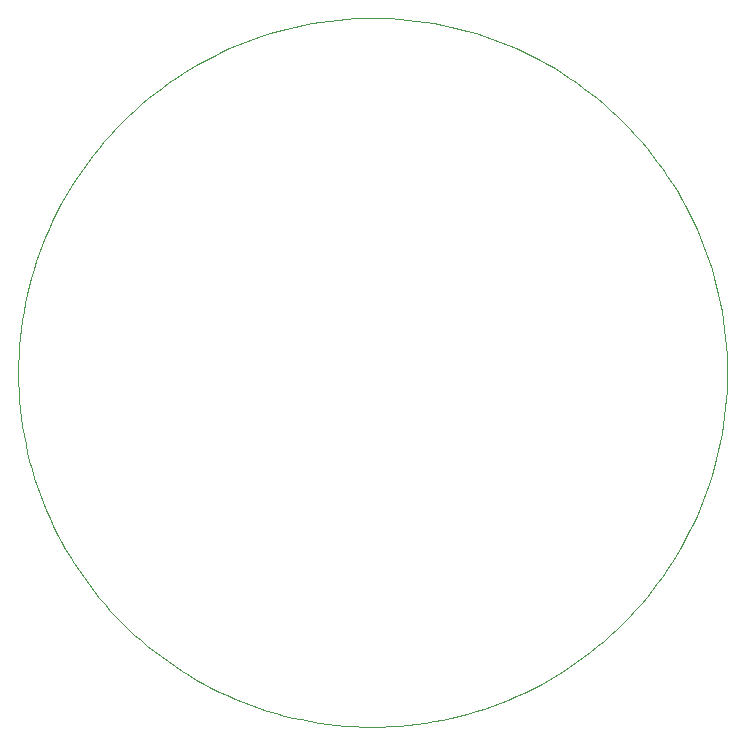
<source format=gbr>
%TF.GenerationSoftware,KiCad,Pcbnew,(6.0.7)*%
%TF.CreationDate,2022-09-05T18:42:41-05:00*%
%TF.ProjectId,Corelight SAO,436f7265-6c69-4676-9874-2053414f2e6b,rev?*%
%TF.SameCoordinates,Original*%
%TF.FileFunction,Profile,NP*%
%FSLAX46Y46*%
G04 Gerber Fmt 4.6, Leading zero omitted, Abs format (unit mm)*
G04 Created by KiCad (PCBNEW (6.0.7)) date 2022-09-05 18:42:41*
%MOMM*%
%LPD*%
G01*
G04 APERTURE LIST*
%TA.AperFunction,Profile*%
%ADD10C,0.100000*%
%TD*%
G04 APERTURE END LIST*
D10*
X177117671Y-119785775D02*
X176686871Y-120383075D01*
X152573571Y-72534875D02*
X153318471Y-72544075D01*
X141573271Y-130453975D02*
X140896171Y-130177275D01*
X167976271Y-128279075D02*
X167342471Y-128647775D01*
X127299771Y-118704575D02*
X126916771Y-118090975D01*
X182244771Y-106964975D02*
X182127071Y-107691975D01*
X179697071Y-89716375D02*
X180001671Y-90381775D01*
X182573571Y-102534875D02*
X182573571Y-102534875D01*
X169824471Y-77990775D02*
X170421771Y-78421575D01*
X129843571Y-82955475D02*
X130334571Y-82399675D01*
X162688771Y-74291575D02*
X163374671Y-74546675D01*
X123922271Y-111455975D02*
X123711671Y-110747775D01*
X164726671Y-129962975D02*
X164054071Y-130251275D01*
X164726671Y-75106675D02*
X165392071Y-75411275D01*
X181481371Y-94513475D02*
X181668771Y-95222375D01*
X160594971Y-73627075D02*
X161298571Y-73831575D01*
X129367471Y-83522175D02*
X129843571Y-82955475D01*
X145261071Y-73439675D02*
X145974971Y-73269475D01*
X180561671Y-113335975D02*
X180289971Y-114015375D01*
X179376271Y-89058375D02*
X179697071Y-89716375D01*
X128972171Y-121056475D02*
X128533471Y-120484375D01*
X125770871Y-89058375D02*
X126107771Y-88408175D01*
X180289971Y-114015375D02*
X180001671Y-114687975D01*
X131893671Y-80801475D02*
X132438371Y-80295875D01*
X123711671Y-110747775D02*
X123518071Y-110032375D01*
X181991771Y-108414875D02*
X181838971Y-109133475D01*
X177933271Y-86506975D02*
X178317771Y-87132175D01*
X157730671Y-72981275D02*
X158453571Y-73116675D01*
X125223671Y-114880975D02*
X124931071Y-114212175D01*
X122720371Y-99569775D02*
X122802371Y-98835575D01*
X122902371Y-98104775D02*
X123019971Y-97377775D01*
X181481371Y-110556275D02*
X181276771Y-111259875D01*
X176686871Y-84686675D02*
X177117671Y-85283975D01*
X159172171Y-131800275D02*
X158453571Y-131953075D01*
X182426771Y-99569775D02*
X182490771Y-100307075D01*
X125855571Y-116192375D02*
X125531871Y-115541075D01*
X164054071Y-130251275D02*
X163374671Y-130522975D01*
X175303571Y-122114275D02*
X174812571Y-122670075D01*
X122610471Y-101047275D02*
X122656371Y-100307075D01*
X122802371Y-98835575D02*
X122902371Y-98104775D01*
X156272871Y-132305975D02*
X155538671Y-132388075D01*
X169824471Y-127078975D02*
X169217571Y-127494475D01*
X179376271Y-116011375D02*
X179039371Y-116661575D01*
X178686471Y-117303775D02*
X178317771Y-117937575D01*
X125531871Y-115541075D02*
X125223671Y-114880975D01*
X181668771Y-95222375D02*
X181838971Y-95936275D01*
X173253471Y-124268275D02*
X172708771Y-124773875D01*
X127697071Y-119308175D02*
X127299771Y-118704575D01*
X155538671Y-72681675D02*
X156272871Y-72763675D01*
X128906371Y-84099275D02*
X129367471Y-83522175D01*
X135800271Y-127411375D02*
X135206971Y-126999975D01*
X152573571Y-132534875D02*
X151799271Y-132525075D01*
X173253471Y-80801475D02*
X173786771Y-81321675D01*
X150265371Y-132447375D02*
X149506271Y-132379975D01*
X159172171Y-73269475D02*
X159886071Y-73439675D01*
X182490771Y-100307075D02*
X182536671Y-101047275D01*
X122661071Y-104843075D02*
X122612571Y-104078675D01*
X123518071Y-110032375D02*
X123341771Y-109309975D01*
X126548171Y-117467575D02*
X126194371Y-116834675D01*
X180816871Y-92419675D02*
X181055271Y-93111775D01*
X133490771Y-125684275D02*
X132940771Y-125219275D01*
X138915971Y-129252875D02*
X138273771Y-128914075D01*
X165392071Y-75411275D02*
X166050071Y-75732175D01*
X141772471Y-74546675D02*
X142458371Y-74291575D01*
X129889171Y-122167675D02*
X129424071Y-121617675D01*
X134725371Y-78421575D02*
X135322671Y-77990775D01*
X162688771Y-130778175D02*
X161996671Y-131016575D01*
X178317771Y-117937575D02*
X177933271Y-118562675D01*
X176240771Y-84099275D02*
X176686871Y-84686675D01*
X123478371Y-95222375D02*
X123665771Y-94513475D01*
X133560871Y-79328775D02*
X134137971Y-78867675D01*
X173786771Y-81321675D02*
X174306971Y-81854975D01*
X124330271Y-92419675D02*
X124585371Y-91733775D01*
X154061171Y-72571775D02*
X154801371Y-72617675D01*
X153318471Y-132525675D02*
X152573571Y-132534875D01*
X167976271Y-76790675D02*
X168601371Y-77175175D01*
X159886071Y-131630075D02*
X159172171Y-131800275D01*
X166050071Y-129337575D02*
X165392071Y-129658375D01*
X128460271Y-84686675D02*
X128906371Y-84099275D01*
X151085971Y-72571775D02*
X151828671Y-72544075D01*
X175303571Y-82955475D02*
X175779671Y-83522175D01*
X176686871Y-120383075D02*
X176240771Y-120970375D01*
X168601371Y-127894575D02*
X167976271Y-128279075D01*
X143848471Y-73831575D02*
X144552171Y-73627075D01*
X142951671Y-130958575D02*
X142258571Y-130714475D01*
X182573571Y-102534875D02*
X182573571Y-102534875D01*
X138446871Y-76069075D02*
X139097071Y-75732175D01*
X146693571Y-73116675D02*
X147416471Y-72981275D01*
X181276771Y-93809775D02*
X181481371Y-94513475D01*
X123308171Y-95936275D02*
X123478371Y-95222375D01*
X177533171Y-85890875D02*
X177933271Y-86506975D01*
X148874271Y-72763675D02*
X149608471Y-72681675D01*
X170421771Y-78421575D02*
X171009171Y-78867675D01*
X154801371Y-72617675D02*
X155538671Y-72681675D01*
X157003671Y-72863675D02*
X157730671Y-72981275D01*
X143652471Y-131186075D02*
X142951671Y-130958575D01*
X168601371Y-77175175D02*
X169217571Y-77575175D01*
X181838971Y-95936275D02*
X181991771Y-96654775D01*
X177933271Y-118562675D02*
X177533171Y-119178875D01*
X182344671Y-98835575D02*
X182426771Y-99569775D01*
X124931071Y-114212175D02*
X124654471Y-113535075D01*
X180289971Y-91054375D02*
X180561671Y-91733775D01*
X174812571Y-122670075D02*
X174306971Y-123214775D01*
X181991771Y-96654775D02*
X182127071Y-97377775D01*
X180001671Y-114687975D02*
X179697071Y-115353375D01*
X146527471Y-131925375D02*
X145798471Y-131766675D01*
X130366971Y-122706175D02*
X129889171Y-122167675D01*
X182536671Y-104022475D02*
X182490771Y-104762675D01*
X130840171Y-81854975D02*
X131360371Y-81321675D01*
X164054071Y-74818475D02*
X164726671Y-75106675D01*
X149608471Y-72681675D02*
X150345771Y-72617675D01*
X129424071Y-121617675D02*
X128972171Y-121056475D01*
X131360371Y-123748075D02*
X130857471Y-123233075D01*
X137640871Y-128560175D02*
X137017471Y-128191675D01*
X126916771Y-118090975D02*
X126548171Y-117467575D01*
X161996671Y-131016575D02*
X161298571Y-131238075D01*
X169217571Y-127494475D02*
X168601371Y-127894575D01*
X180001671Y-90381775D02*
X180289971Y-91054375D01*
X178317771Y-87132175D02*
X178686471Y-87765975D01*
X126829371Y-87132175D02*
X127213871Y-86506975D01*
X139097071Y-75732175D02*
X139755071Y-75411275D01*
X147263071Y-132066275D02*
X146527471Y-131925375D01*
X182127071Y-107691975D02*
X181991771Y-108414875D01*
X134137971Y-78867675D02*
X134725371Y-78421575D01*
X124585371Y-91733775D02*
X124857171Y-91054375D01*
X123155371Y-96654775D02*
X123308171Y-95936275D01*
X135929571Y-77575175D02*
X136545671Y-77175175D01*
X174306971Y-81854975D02*
X174812571Y-82399675D01*
X173786771Y-123748075D02*
X173253471Y-124268275D01*
X180561671Y-91733775D02*
X180816871Y-92419675D01*
X155538671Y-132388075D02*
X154801371Y-132452075D01*
X182564371Y-101789975D02*
X182573571Y-102534875D01*
X122583371Y-103309175D02*
X122573571Y-102534875D01*
X172708771Y-80295875D02*
X173253471Y-80801475D01*
X142258571Y-130714475D02*
X141573271Y-130453975D01*
X175779671Y-83522175D02*
X176240771Y-84099275D01*
X182426771Y-105499975D02*
X182344671Y-106234175D01*
X172708771Y-124773875D02*
X172152971Y-125264875D01*
X132438371Y-80295875D02*
X132994171Y-79804875D01*
X128108371Y-119901475D02*
X127697071Y-119308175D01*
X182564371Y-103279775D02*
X182536671Y-104022475D01*
X171009171Y-126202075D02*
X170421771Y-126648175D01*
X132994171Y-79804875D02*
X133560871Y-79328775D01*
X135206971Y-126999975D02*
X134624071Y-126574975D01*
X143150471Y-74053175D02*
X143848471Y-73831575D01*
X122814571Y-106355775D02*
X122728471Y-105602175D01*
X167342471Y-128647775D02*
X166700271Y-129000675D01*
X154801371Y-132452075D02*
X154061171Y-132497975D01*
X170421771Y-126648175D02*
X169824471Y-127078975D01*
X123183071Y-108580875D02*
X123042171Y-107845375D01*
X166050071Y-75732175D02*
X166700271Y-76069075D01*
X130334571Y-82399675D02*
X130840171Y-81854975D01*
X181838971Y-109133475D02*
X181668771Y-109847375D01*
X166700271Y-129000675D02*
X166050071Y-129337575D01*
X166700271Y-76069075D02*
X167342471Y-76421975D01*
X145974971Y-73269475D02*
X146693571Y-73116675D01*
X182127071Y-97377775D02*
X182244771Y-98104775D01*
X136545671Y-77175175D02*
X137170871Y-76790675D01*
X127213871Y-86506975D02*
X127613871Y-85890875D01*
X140420471Y-75106675D02*
X141093071Y-74818475D01*
X161996671Y-74053175D02*
X162688771Y-74291575D01*
X126107771Y-88408175D02*
X126460671Y-87765975D01*
X156272871Y-72763675D02*
X157003671Y-72863675D01*
X132940771Y-125219275D02*
X132402271Y-124741375D01*
X122919271Y-107103575D02*
X122814571Y-106355775D01*
X174812571Y-82399675D02*
X175303571Y-82955475D01*
X179039371Y-116661575D02*
X178686471Y-117303775D01*
X174306971Y-123214775D02*
X173786771Y-123748075D01*
X123042171Y-107845375D02*
X122919271Y-107103575D01*
X137017471Y-128191675D02*
X136403871Y-127808675D01*
X161298571Y-73831575D02*
X161996671Y-74053175D01*
X140227471Y-129884775D02*
X139567371Y-129576575D01*
X125145371Y-90381775D02*
X125449971Y-89716375D01*
X139755071Y-75411275D02*
X140420471Y-75106675D01*
X123341771Y-109309975D02*
X123183071Y-108580875D01*
X172152971Y-79804875D02*
X172708771Y-80295875D01*
X149506271Y-132379975D02*
X148752671Y-132293875D01*
X122612571Y-104078675D02*
X122583371Y-103309175D01*
X180816871Y-112650075D02*
X180561671Y-113335975D01*
X125449971Y-89716375D02*
X125770871Y-89058375D01*
X157003671Y-132206075D02*
X156272871Y-132305975D01*
X176240771Y-120970375D02*
X175779671Y-121547575D01*
X171586271Y-79328775D02*
X172152971Y-79804875D01*
X130857471Y-123233075D02*
X130366971Y-122706175D01*
X158453571Y-73116675D02*
X159172171Y-73269475D01*
X124149871Y-112156775D02*
X123922271Y-111455975D01*
X126460671Y-87765975D02*
X126829371Y-87132175D01*
X137804671Y-76421975D02*
X138446871Y-76069075D01*
X132402271Y-124741375D02*
X131875371Y-124250875D01*
X124393971Y-112849875D02*
X124149871Y-112156775D01*
X182536671Y-101047275D02*
X182564371Y-101789975D01*
X165392071Y-129658375D02*
X164726671Y-129962975D01*
X144552171Y-73627075D02*
X145261071Y-73439675D01*
X145076071Y-131590375D02*
X144360671Y-131396775D01*
X131360371Y-81321675D02*
X131893671Y-80801475D01*
X141093071Y-74818475D02*
X141772471Y-74546675D01*
X140896171Y-130177275D02*
X140227471Y-129884775D01*
X160594971Y-131442675D02*
X159886071Y-131630075D01*
X171009171Y-78867675D02*
X171586271Y-79328775D01*
X181055271Y-93111775D02*
X181276771Y-93809775D01*
X123665771Y-94513475D02*
X123870271Y-93809775D01*
X177533171Y-119178875D02*
X177117671Y-119785775D01*
X124857171Y-91054375D02*
X125145371Y-90381775D01*
X122728471Y-105602175D02*
X122661071Y-104843075D01*
X137170871Y-76790675D02*
X137804671Y-76421975D01*
X122582771Y-101789975D02*
X122610471Y-101047275D01*
X151029771Y-132495875D02*
X150265371Y-132447375D01*
X159886071Y-73439675D02*
X160594971Y-73627075D01*
X128029471Y-85283975D02*
X128460271Y-84686675D01*
X122656371Y-100307075D02*
X122720371Y-99569775D01*
X150345771Y-72617675D02*
X151085971Y-72571775D01*
X134051971Y-126136275D02*
X133490771Y-125684275D01*
X128533471Y-120484375D02*
X128108371Y-119901475D01*
X138273771Y-128914075D02*
X137640871Y-128560175D01*
X144360671Y-131396775D02*
X143652471Y-131186075D01*
X127613871Y-85890875D02*
X128029471Y-85283975D01*
X123870271Y-93809775D02*
X124091871Y-93111775D01*
X169217571Y-77575175D02*
X169824471Y-77990775D01*
X148752671Y-132293875D02*
X148004871Y-132189175D01*
X182344671Y-106234175D02*
X182244771Y-106964975D01*
X153318471Y-72544075D02*
X154061171Y-72571775D01*
X134624071Y-126574975D02*
X134051971Y-126136275D01*
X182573571Y-102534875D02*
X182564371Y-103279775D01*
X124654471Y-113535075D02*
X124393971Y-112849875D01*
X151828671Y-72544075D02*
X152573571Y-72534875D01*
X177117671Y-85283975D02*
X177533171Y-85890875D01*
X163374671Y-130522975D02*
X162688771Y-130778175D01*
X181276771Y-111259875D02*
X181055271Y-111957975D01*
X131875371Y-124250875D02*
X131360371Y-123748075D01*
X142458371Y-74291575D02*
X143150471Y-74053175D01*
X175779671Y-121547575D02*
X175303571Y-122114275D01*
X179697071Y-115353375D02*
X179376271Y-116011375D01*
X147416471Y-72981275D02*
X148143471Y-72863675D01*
X171586271Y-125740975D02*
X171009171Y-126202075D01*
X135322671Y-77990775D02*
X135929571Y-77575175D01*
X182490771Y-104762675D02*
X182426771Y-105499975D01*
X136403871Y-127808675D02*
X135800271Y-127411375D01*
X151799271Y-132525075D02*
X151029771Y-132495875D01*
X161298571Y-131238075D02*
X160594971Y-131442675D01*
X124091871Y-93111775D02*
X124330271Y-92419675D01*
X154061171Y-132497975D02*
X153318471Y-132525675D01*
X123019971Y-97377775D02*
X123155371Y-96654775D01*
X126194371Y-116834675D02*
X125855571Y-116192375D01*
X148143471Y-72863675D02*
X148874271Y-72763675D01*
X148004871Y-132189175D02*
X147263071Y-132066275D01*
X158453571Y-131953075D02*
X157730671Y-132088375D01*
X122573571Y-102534875D02*
X122582771Y-101789975D01*
X181668771Y-109847375D02*
X181481371Y-110556275D01*
X178686471Y-87765975D02*
X179039371Y-88408175D01*
X172152971Y-125264875D02*
X171586271Y-125740975D01*
X167342471Y-76421975D02*
X167976271Y-76790675D01*
X163374671Y-74546675D02*
X164054071Y-74818475D01*
X157730671Y-132088375D02*
X157003671Y-132206075D01*
X139567371Y-129576575D02*
X138915971Y-129252875D01*
X181055271Y-111957975D02*
X180816871Y-112650075D01*
X145798471Y-131766675D02*
X145076071Y-131590375D01*
X182244771Y-98104775D02*
X182344671Y-98835575D01*
X179039371Y-88408175D02*
X179376271Y-89058375D01*
M02*

</source>
